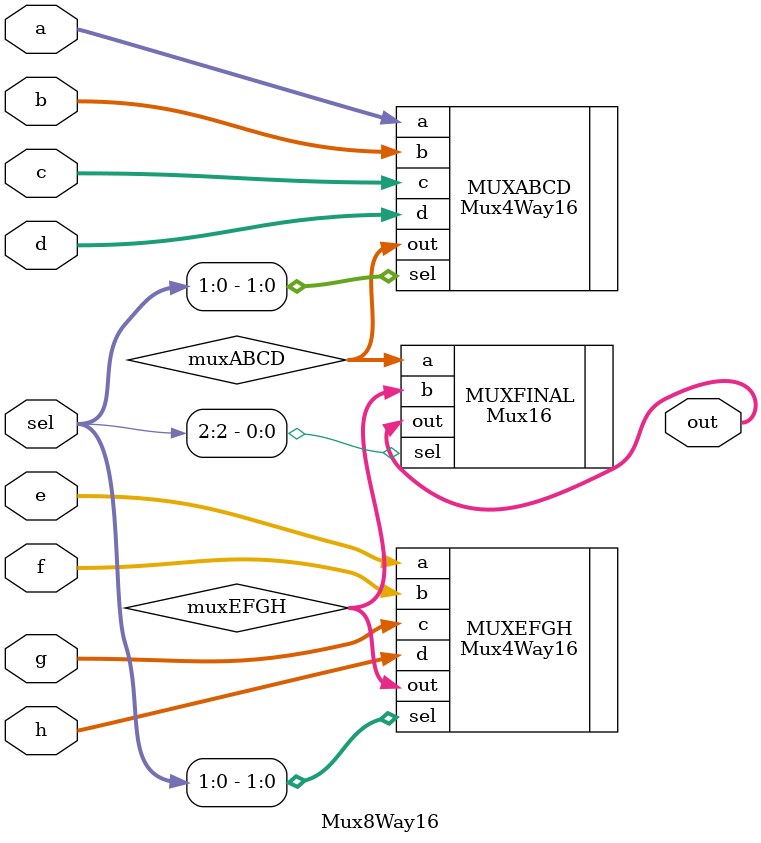
<source format=v>
/**
 * 16-bit 8 way multiplexor: 
 * for i = 0..15 out[i] = a[i] if sel == 000
 *                        b[i] if sel == 001
 *                        c[i] if sel == 010
 *                        d[i] if sel == 011
 *                        e[i] if sel == 100
 *                        f[i] if sel == 101
 *                        g[i] if sel == 110
 *                        h[i] if sel == 111
 */

`default_nettype none
module Mux8Way16(
	input [15:0] a,
	input [15:0] b,
	input [15:0] c,
	input [15:0] d,
	input [15:0] e,
	input [15:0] f,
	input [15:0] g,
	input [15:0] h,
   	input [2:0] sel,
	output [15:0] out
);

    wire [15:0] muxABCD;
    wire [15:0] muxEFGH;

    Mux4Way16 MUXABCD(.out(muxABCD),.a(a),.b(b),.c(c),.d(d),.sel(sel[1:0]));
    Mux4Way16 MUXEFGH(.out(muxEFGH),.a(e),.b(f),.c(g),.d(h),.sel(sel[1:0]));

    Mux16 MUXFINAL(.out(out),.a(muxABCD),.b(muxEFGH),.sel(sel[2]));

endmodule


</source>
